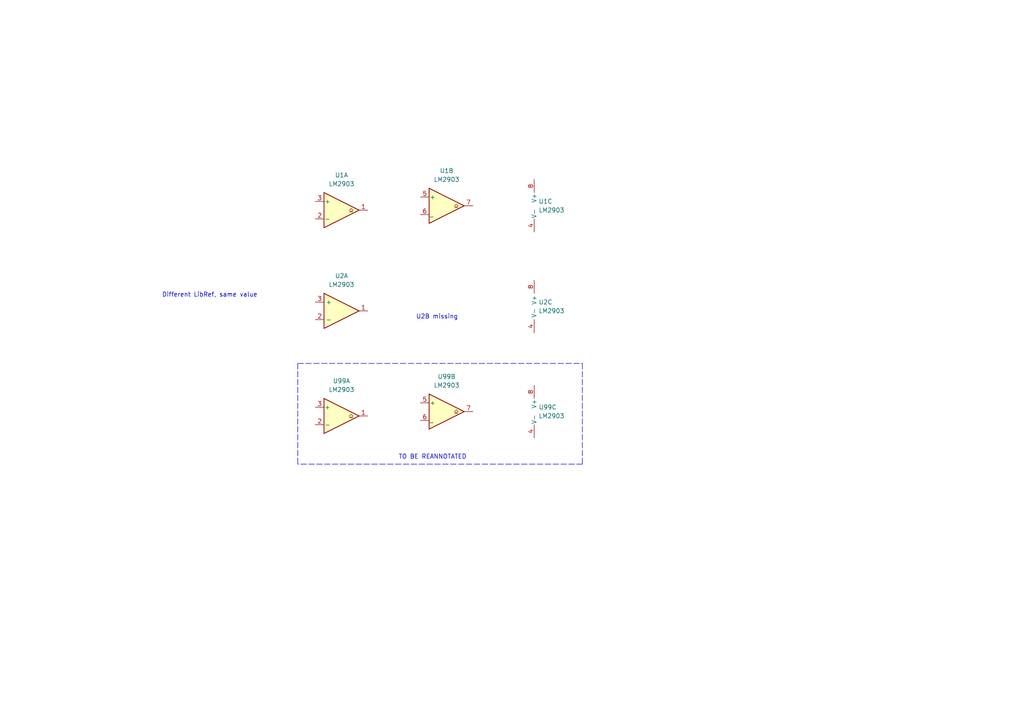
<source format=kicad_sch>
(kicad_sch (version 20211123) (generator eeschema)
  (paper "A4")
  (lib_symbols
    (symbol "Comparator:LM2903" (pin_names (offset 0.127))
      (property "Reference" "U" (at 3.81 3.81 0))
      (property "Value" "LM2903" (at 6.35 -3.81 0))
      (symbol "LM2903_1_1"
        (polyline (pts (xy -5.08 5.08) (xy 5.08 0) (xy -5.08 -5.08) (xy -5.08 5.08)) (stroke (width 0.254)) (fill (type background)))
        (polyline (pts (xy 3.302 -0.508) (xy 2.794 -0.508) (xy 3.302 0) (xy 2.794 0.508) (xy 2.286 0) (xy 2.794 -0.508) (xy 2.286 -0.508)) (stroke (width 0.127)))
        (pin open_collector line (at 7.62 0 180) (length 2.54) (name "~") (number "1"))
        (pin input line (at -7.62 -2.54 0) (length 2.54) (name "-") (number "2"))
        (pin input line (at -7.62 2.54 0) (length 2.54) (name "+") (number "3"))
      )
      (symbol "LM2903_2_1"
        (polyline (pts (xy -5.08 5.08) (xy 5.08 0) (xy -5.08 -5.08) (xy -5.08 5.08)) (stroke (width 0.254)) (fill (type background)))
        (polyline (pts (xy 3.302 -0.508) (xy 2.794 -0.508) (xy 3.302 0) (xy 2.794 0.508) (xy 2.286 0) (xy 2.794 -0.508) (xy 2.286 -0.508)) (stroke (width 0.127)))
        (pin input line (at -7.62 2.54 0) (length 2.54) (name "+") (number "5"))
        (pin input line (at -7.62 -2.54 0) (length 2.54) (name "_") (number "6"))
        (pin open_collector line (at 7.62 0 180) (length 2.54) (name "~") (number "7"))
      )
      (symbol "LM2903_3_1"
        (pin power_in line (at -2.54 -7.62 90) (length 3.81) (name "V-") (number "4"))
        (pin power_in line (at -2.54 7.62 270) (length 3.81) (name "V+") (number "8"))
      )
    )
    (symbol "Device:Opamp_Dual"
      (property "Reference" "U" (at 0 5.08 0))
      (property "Value" "Opamp_Dual" (at 0 -5.08 0))
      (symbol "Opamp_Dual_1_1"
        (polyline (pts (xy -5.08 5.08) (xy 5.08 0) (xy -5.08 -5.08) (xy -5.08 5.08)) (stroke (width 0.254)) (fill (type background)))
        (pin output line (at 7.62 0 180) (length 2.54) (name "~") (number "1"))
        (pin input line (at -7.62 -2.54 0) (length 2.54) (name "-") (number "2"))
        (pin input line (at -7.62 2.54 0) (length 2.54) (name "+") (number "3"))
      )
      (symbol "Opamp_Dual_2_1"
        (polyline (pts (xy -5.08 5.08) (xy 5.08 0) (xy -5.08 -5.08) (xy -5.08 5.08)) (stroke (width 0.254)) (fill (type background)))
        (pin input line (at -7.62 2.54 0) (length 2.54) (name "+") (number "5"))
        (pin input line (at -7.62 -2.54 0) (length 2.54) (name "-") (number "6"))
        (pin output line (at 7.62 0 180) (length 2.54) (name "~") (number "7"))
      )
      (symbol "Opamp_Dual_3_1"
        (pin power_in line (at -2.54 -7.62 90) (length 3.81) (name "V-") (number "4"))
        (pin power_in line (at -2.54 7.62 270) (length 3.81) (name "V+") (number "8"))
      )
    )
  )
  (polyline (pts (xy 86.36 105.41) (xy 168.91 105.41)))
  (polyline (pts (xy 168.91 105.41) (xy 168.91 134.62)))
  (polyline (pts (xy 168.91 134.62) (xy 86.36 134.62)))
  (polyline (pts (xy 86.36 105.41) (xy 86.36 134.62)))
  (text "TO BE REANNOTATED" (at 115.57 133.35 0) (effects (font (size 1.27 1.27)) (justify left bottom)))
  (text "Different LibRef, same value" (at 46.99 86.36 0) (effects (font (size 1.27 1.27)) (justify left bottom)))
  (text "U2B missing" (at 120.65 92.71 0) (effects (font (size 1.27 1.27)) (justify left bottom)))
  (symbol (lib_id "Comparator:LM2903") (at 157.48 59.69 0) (unit 3)
    (property "Reference" "U1" (at 156.21 58.4199 0) (effects (justify left)))
    (property "Value" "LM2903" (at 156.21 60.9599 0) (effects (justify left)))
    (property "Datasheet" "http://www.ti.com/lit/ds/symlink/lm393.pdf" (effects hide))
  )
  (symbol (lib_id "Device:Opamp_Dual") (at 157.48 88.9 0) (unit 3)
    (property "Reference" "U2" (at 156.21 87.6299 0) (effects (justify left)))
    (property "Value" "LM2903" (at 156.21 90.1699 0) (effects (justify left)))
  )
  (symbol (lib_id "Device:Opamp_Dual") (at 99.06 90.17 0) (unit 1)
    (property "Reference" "U2" (at 99.06 80.01 0))
    (property "Value" "LM2903" (at 99.06 82.55 0))
  )
  (symbol (lib_id "Comparator:LM2903") (at 99.06 120.65 0) (unit 1)
    (property "Reference" "U99" (at 99.06 110.49 0))
    (property "Value" "LM2903" (at 99.06 113.03 0))
    (property "Datasheet" "http://www.ti.com/lit/ds/symlink/lm393.pdf" (effects hide))
  )
  (symbol (lib_id "Comparator:LM2903") (at 157.48 119.38 0) (unit 3)
    (property "Reference" "U99" (at 156.21 118.1099 0) (effects (justify left)))
    (property "Value" "LM2903" (at 156.21 120.6499 0) (effects (justify left)))
    (property "Datasheet" "http://www.ti.com/lit/ds/symlink/lm393.pdf" (effects hide))
  )
  (symbol (lib_id "Comparator:LM2903") (at 99.06 60.96 0) (unit 1)
    (property "Reference" "U1" (at 99.06 50.8 0))
    (property "Value" "LM2903" (at 99.06 53.34 0))
    (property "Datasheet" "http://www.ti.com/lit/ds/symlink/lm393.pdf" (effects hide))
  )
  (symbol (lib_id "Comparator:LM2903") (at 129.54 59.69 0) (unit 2)
    (property "Reference" "U1" (at 129.54 49.53 0))
    (property "Value" "LM2903" (at 129.54 52.07 0))
    (property "Datasheet" "http://www.ti.com/lit/ds/symlink/lm393.pdf" (effects hide))
  )
  (symbol (lib_id "Comparator:LM2903") (at 129.54 119.38 0) (unit 2)
    (property "Reference" "U99" (at 129.54 109.22 0))
    (property "Value" "LM2903" (at 129.54 111.76 0))
    (property "Datasheet" "http://www.ti.com/lit/ds/symlink/lm393.pdf" (effects hide))
  )
)
</source>
